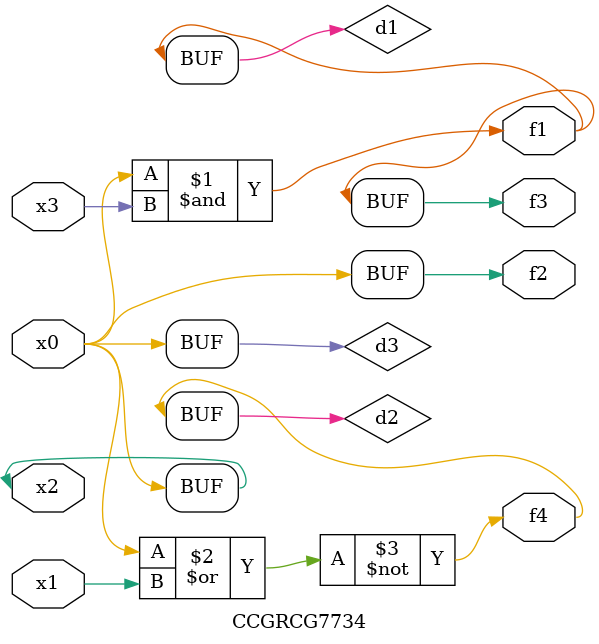
<source format=v>
module CCGRCG7734(
	input x0, x1, x2, x3,
	output f1, f2, f3, f4
);

	wire d1, d2, d3;

	and (d1, x2, x3);
	nor (d2, x0, x1);
	buf (d3, x0, x2);
	assign f1 = d1;
	assign f2 = d3;
	assign f3 = d1;
	assign f4 = d2;
endmodule

</source>
